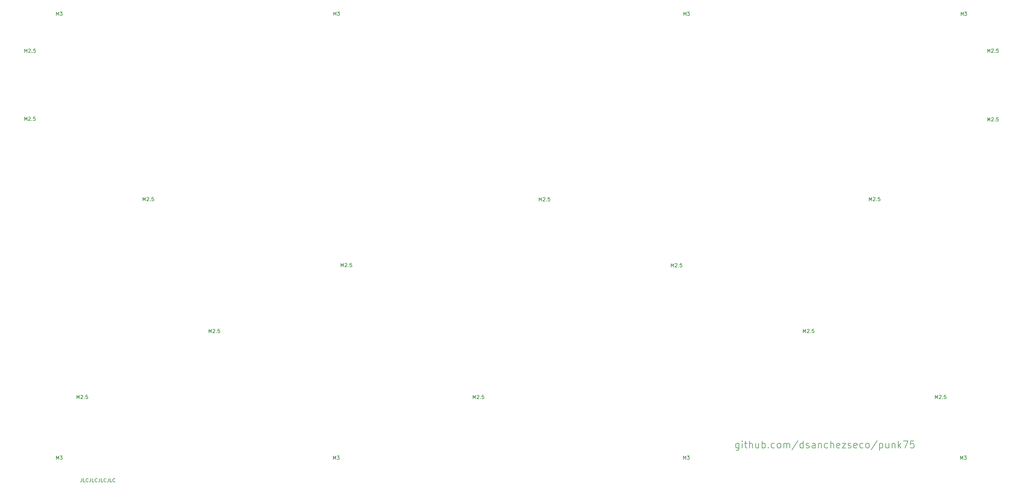
<source format=gbr>
G04 #@! TF.GenerationSoftware,KiCad,Pcbnew,(5.1.6)-1*
G04 #@! TF.CreationDate,2020-06-16T10:18:24+02:00*
G04 #@! TF.ProjectId,punk75_bottom,70756e6b-3735-45f6-926f-74746f6d2e6b,rev?*
G04 #@! TF.SameCoordinates,Original*
G04 #@! TF.FileFunction,Legend,Top*
G04 #@! TF.FilePolarity,Positive*
%FSLAX46Y46*%
G04 Gerber Fmt 4.6, Leading zero omitted, Abs format (unit mm)*
G04 Created by KiCad (PCBNEW (5.1.6)-1) date 2020-06-16 10:18:24*
%MOMM*%
%LPD*%
G01*
G04 APERTURE LIST*
%ADD10C,0.150000*%
G04 APERTURE END LIST*
D10*
X98280952Y-237892380D02*
X98280952Y-238606666D01*
X98233333Y-238749523D01*
X98138095Y-238844761D01*
X97995238Y-238892380D01*
X97900000Y-238892380D01*
X99233333Y-238892380D02*
X98757142Y-238892380D01*
X98757142Y-237892380D01*
X100138095Y-238797142D02*
X100090476Y-238844761D01*
X99947619Y-238892380D01*
X99852380Y-238892380D01*
X99709523Y-238844761D01*
X99614285Y-238749523D01*
X99566666Y-238654285D01*
X99519047Y-238463809D01*
X99519047Y-238320952D01*
X99566666Y-238130476D01*
X99614285Y-238035238D01*
X99709523Y-237940000D01*
X99852380Y-237892380D01*
X99947619Y-237892380D01*
X100090476Y-237940000D01*
X100138095Y-237987619D01*
X100852380Y-237892380D02*
X100852380Y-238606666D01*
X100804761Y-238749523D01*
X100709523Y-238844761D01*
X100566666Y-238892380D01*
X100471428Y-238892380D01*
X101804761Y-238892380D02*
X101328571Y-238892380D01*
X101328571Y-237892380D01*
X102709523Y-238797142D02*
X102661904Y-238844761D01*
X102519047Y-238892380D01*
X102423809Y-238892380D01*
X102280952Y-238844761D01*
X102185714Y-238749523D01*
X102138095Y-238654285D01*
X102090476Y-238463809D01*
X102090476Y-238320952D01*
X102138095Y-238130476D01*
X102185714Y-238035238D01*
X102280952Y-237940000D01*
X102423809Y-237892380D01*
X102519047Y-237892380D01*
X102661904Y-237940000D01*
X102709523Y-237987619D01*
X103423809Y-237892380D02*
X103423809Y-238606666D01*
X103376190Y-238749523D01*
X103280952Y-238844761D01*
X103138095Y-238892380D01*
X103042857Y-238892380D01*
X104376190Y-238892380D02*
X103900000Y-238892380D01*
X103900000Y-237892380D01*
X105280952Y-238797142D02*
X105233333Y-238844761D01*
X105090476Y-238892380D01*
X104995238Y-238892380D01*
X104852380Y-238844761D01*
X104757142Y-238749523D01*
X104709523Y-238654285D01*
X104661904Y-238463809D01*
X104661904Y-238320952D01*
X104709523Y-238130476D01*
X104757142Y-238035238D01*
X104852380Y-237940000D01*
X104995238Y-237892380D01*
X105090476Y-237892380D01*
X105233333Y-237940000D01*
X105280952Y-237987619D01*
X105995238Y-237892380D02*
X105995238Y-238606666D01*
X105947619Y-238749523D01*
X105852380Y-238844761D01*
X105709523Y-238892380D01*
X105614285Y-238892380D01*
X106947619Y-238892380D02*
X106471428Y-238892380D01*
X106471428Y-237892380D01*
X107852380Y-238797142D02*
X107804761Y-238844761D01*
X107661904Y-238892380D01*
X107566666Y-238892380D01*
X107423809Y-238844761D01*
X107328571Y-238749523D01*
X107280952Y-238654285D01*
X107233333Y-238463809D01*
X107233333Y-238320952D01*
X107280952Y-238130476D01*
X107328571Y-238035238D01*
X107423809Y-237940000D01*
X107566666Y-237892380D01*
X107661904Y-237892380D01*
X107804761Y-237940000D01*
X107852380Y-237987619D01*
X287870476Y-227731428D02*
X287870476Y-229350476D01*
X287775238Y-229540952D01*
X287680000Y-229636190D01*
X287489523Y-229731428D01*
X287203809Y-229731428D01*
X287013333Y-229636190D01*
X287870476Y-228969523D02*
X287680000Y-229064761D01*
X287299047Y-229064761D01*
X287108571Y-228969523D01*
X287013333Y-228874285D01*
X286918095Y-228683809D01*
X286918095Y-228112380D01*
X287013333Y-227921904D01*
X287108571Y-227826666D01*
X287299047Y-227731428D01*
X287680000Y-227731428D01*
X287870476Y-227826666D01*
X288822857Y-229064761D02*
X288822857Y-227731428D01*
X288822857Y-227064761D02*
X288727619Y-227160000D01*
X288822857Y-227255238D01*
X288918095Y-227160000D01*
X288822857Y-227064761D01*
X288822857Y-227255238D01*
X289489523Y-227731428D02*
X290251428Y-227731428D01*
X289775238Y-227064761D02*
X289775238Y-228779047D01*
X289870476Y-228969523D01*
X290060952Y-229064761D01*
X290251428Y-229064761D01*
X290918095Y-229064761D02*
X290918095Y-227064761D01*
X291775238Y-229064761D02*
X291775238Y-228017142D01*
X291680000Y-227826666D01*
X291489523Y-227731428D01*
X291203809Y-227731428D01*
X291013333Y-227826666D01*
X290918095Y-227921904D01*
X293584761Y-227731428D02*
X293584761Y-229064761D01*
X292727619Y-227731428D02*
X292727619Y-228779047D01*
X292822857Y-228969523D01*
X293013333Y-229064761D01*
X293299047Y-229064761D01*
X293489523Y-228969523D01*
X293584761Y-228874285D01*
X294537142Y-229064761D02*
X294537142Y-227064761D01*
X294537142Y-227826666D02*
X294727619Y-227731428D01*
X295108571Y-227731428D01*
X295299047Y-227826666D01*
X295394285Y-227921904D01*
X295489523Y-228112380D01*
X295489523Y-228683809D01*
X295394285Y-228874285D01*
X295299047Y-228969523D01*
X295108571Y-229064761D01*
X294727619Y-229064761D01*
X294537142Y-228969523D01*
X296346666Y-228874285D02*
X296441904Y-228969523D01*
X296346666Y-229064761D01*
X296251428Y-228969523D01*
X296346666Y-228874285D01*
X296346666Y-229064761D01*
X298156190Y-228969523D02*
X297965714Y-229064761D01*
X297584761Y-229064761D01*
X297394285Y-228969523D01*
X297299047Y-228874285D01*
X297203809Y-228683809D01*
X297203809Y-228112380D01*
X297299047Y-227921904D01*
X297394285Y-227826666D01*
X297584761Y-227731428D01*
X297965714Y-227731428D01*
X298156190Y-227826666D01*
X299299047Y-229064761D02*
X299108571Y-228969523D01*
X299013333Y-228874285D01*
X298918095Y-228683809D01*
X298918095Y-228112380D01*
X299013333Y-227921904D01*
X299108571Y-227826666D01*
X299299047Y-227731428D01*
X299584761Y-227731428D01*
X299775238Y-227826666D01*
X299870476Y-227921904D01*
X299965714Y-228112380D01*
X299965714Y-228683809D01*
X299870476Y-228874285D01*
X299775238Y-228969523D01*
X299584761Y-229064761D01*
X299299047Y-229064761D01*
X300822857Y-229064761D02*
X300822857Y-227731428D01*
X300822857Y-227921904D02*
X300918095Y-227826666D01*
X301108571Y-227731428D01*
X301394285Y-227731428D01*
X301584761Y-227826666D01*
X301680000Y-228017142D01*
X301680000Y-229064761D01*
X301680000Y-228017142D02*
X301775238Y-227826666D01*
X301965714Y-227731428D01*
X302251428Y-227731428D01*
X302441904Y-227826666D01*
X302537142Y-228017142D01*
X302537142Y-229064761D01*
X304918095Y-226969523D02*
X303203809Y-229540952D01*
X306441904Y-229064761D02*
X306441904Y-227064761D01*
X306441904Y-228969523D02*
X306251428Y-229064761D01*
X305870476Y-229064761D01*
X305680000Y-228969523D01*
X305584761Y-228874285D01*
X305489523Y-228683809D01*
X305489523Y-228112380D01*
X305584761Y-227921904D01*
X305680000Y-227826666D01*
X305870476Y-227731428D01*
X306251428Y-227731428D01*
X306441904Y-227826666D01*
X307299047Y-228969523D02*
X307489523Y-229064761D01*
X307870476Y-229064761D01*
X308060952Y-228969523D01*
X308156190Y-228779047D01*
X308156190Y-228683809D01*
X308060952Y-228493333D01*
X307870476Y-228398095D01*
X307584761Y-228398095D01*
X307394285Y-228302857D01*
X307299047Y-228112380D01*
X307299047Y-228017142D01*
X307394285Y-227826666D01*
X307584761Y-227731428D01*
X307870476Y-227731428D01*
X308060952Y-227826666D01*
X309870476Y-229064761D02*
X309870476Y-228017142D01*
X309775238Y-227826666D01*
X309584761Y-227731428D01*
X309203809Y-227731428D01*
X309013333Y-227826666D01*
X309870476Y-228969523D02*
X309680000Y-229064761D01*
X309203809Y-229064761D01*
X309013333Y-228969523D01*
X308918095Y-228779047D01*
X308918095Y-228588571D01*
X309013333Y-228398095D01*
X309203809Y-228302857D01*
X309680000Y-228302857D01*
X309870476Y-228207619D01*
X310822857Y-227731428D02*
X310822857Y-229064761D01*
X310822857Y-227921904D02*
X310918095Y-227826666D01*
X311108571Y-227731428D01*
X311394285Y-227731428D01*
X311584761Y-227826666D01*
X311680000Y-228017142D01*
X311680000Y-229064761D01*
X313489523Y-228969523D02*
X313299047Y-229064761D01*
X312918095Y-229064761D01*
X312727619Y-228969523D01*
X312632380Y-228874285D01*
X312537142Y-228683809D01*
X312537142Y-228112380D01*
X312632380Y-227921904D01*
X312727619Y-227826666D01*
X312918095Y-227731428D01*
X313299047Y-227731428D01*
X313489523Y-227826666D01*
X314346666Y-229064761D02*
X314346666Y-227064761D01*
X315203809Y-229064761D02*
X315203809Y-228017142D01*
X315108571Y-227826666D01*
X314918095Y-227731428D01*
X314632380Y-227731428D01*
X314441904Y-227826666D01*
X314346666Y-227921904D01*
X316918095Y-228969523D02*
X316727619Y-229064761D01*
X316346666Y-229064761D01*
X316156190Y-228969523D01*
X316060952Y-228779047D01*
X316060952Y-228017142D01*
X316156190Y-227826666D01*
X316346666Y-227731428D01*
X316727619Y-227731428D01*
X316918095Y-227826666D01*
X317013333Y-228017142D01*
X317013333Y-228207619D01*
X316060952Y-228398095D01*
X317680000Y-227731428D02*
X318727619Y-227731428D01*
X317680000Y-229064761D01*
X318727619Y-229064761D01*
X319394285Y-228969523D02*
X319584761Y-229064761D01*
X319965714Y-229064761D01*
X320156190Y-228969523D01*
X320251428Y-228779047D01*
X320251428Y-228683809D01*
X320156190Y-228493333D01*
X319965714Y-228398095D01*
X319680000Y-228398095D01*
X319489523Y-228302857D01*
X319394285Y-228112380D01*
X319394285Y-228017142D01*
X319489523Y-227826666D01*
X319680000Y-227731428D01*
X319965714Y-227731428D01*
X320156190Y-227826666D01*
X321870476Y-228969523D02*
X321680000Y-229064761D01*
X321299047Y-229064761D01*
X321108571Y-228969523D01*
X321013333Y-228779047D01*
X321013333Y-228017142D01*
X321108571Y-227826666D01*
X321299047Y-227731428D01*
X321680000Y-227731428D01*
X321870476Y-227826666D01*
X321965714Y-228017142D01*
X321965714Y-228207619D01*
X321013333Y-228398095D01*
X323680000Y-228969523D02*
X323489523Y-229064761D01*
X323108571Y-229064761D01*
X322918095Y-228969523D01*
X322822857Y-228874285D01*
X322727619Y-228683809D01*
X322727619Y-228112380D01*
X322822857Y-227921904D01*
X322918095Y-227826666D01*
X323108571Y-227731428D01*
X323489523Y-227731428D01*
X323680000Y-227826666D01*
X324822857Y-229064761D02*
X324632380Y-228969523D01*
X324537142Y-228874285D01*
X324441904Y-228683809D01*
X324441904Y-228112380D01*
X324537142Y-227921904D01*
X324632380Y-227826666D01*
X324822857Y-227731428D01*
X325108571Y-227731428D01*
X325299047Y-227826666D01*
X325394285Y-227921904D01*
X325489523Y-228112380D01*
X325489523Y-228683809D01*
X325394285Y-228874285D01*
X325299047Y-228969523D01*
X325108571Y-229064761D01*
X324822857Y-229064761D01*
X327775238Y-226969523D02*
X326060952Y-229540952D01*
X328441904Y-227731428D02*
X328441904Y-229731428D01*
X328441904Y-227826666D02*
X328632380Y-227731428D01*
X329013333Y-227731428D01*
X329203809Y-227826666D01*
X329299047Y-227921904D01*
X329394285Y-228112380D01*
X329394285Y-228683809D01*
X329299047Y-228874285D01*
X329203809Y-228969523D01*
X329013333Y-229064761D01*
X328632380Y-229064761D01*
X328441904Y-228969523D01*
X331108571Y-227731428D02*
X331108571Y-229064761D01*
X330251428Y-227731428D02*
X330251428Y-228779047D01*
X330346666Y-228969523D01*
X330537142Y-229064761D01*
X330822857Y-229064761D01*
X331013333Y-228969523D01*
X331108571Y-228874285D01*
X332060952Y-227731428D02*
X332060952Y-229064761D01*
X332060952Y-227921904D02*
X332156190Y-227826666D01*
X332346666Y-227731428D01*
X332632380Y-227731428D01*
X332822857Y-227826666D01*
X332918095Y-228017142D01*
X332918095Y-229064761D01*
X333870476Y-229064761D02*
X333870476Y-227064761D01*
X334060952Y-228302857D02*
X334632380Y-229064761D01*
X334632380Y-227731428D02*
X333870476Y-228493333D01*
X335299047Y-227064761D02*
X336632380Y-227064761D01*
X335775238Y-229064761D01*
X338346666Y-227064761D02*
X337394285Y-227064761D01*
X337299047Y-228017142D01*
X337394285Y-227921904D01*
X337584761Y-227826666D01*
X338060952Y-227826666D01*
X338251428Y-227921904D01*
X338346666Y-228017142D01*
X338441904Y-228207619D01*
X338441904Y-228683809D01*
X338346666Y-228874285D01*
X338251428Y-228969523D01*
X338060952Y-229064761D01*
X337584761Y-229064761D01*
X337394285Y-228969523D01*
X337299047Y-228874285D01*
X351940476Y-104152380D02*
X351940476Y-103152380D01*
X352273809Y-103866666D01*
X352607142Y-103152380D01*
X352607142Y-104152380D01*
X352988095Y-103152380D02*
X353607142Y-103152380D01*
X353273809Y-103533333D01*
X353416666Y-103533333D01*
X353511904Y-103580952D01*
X353559523Y-103628571D01*
X353607142Y-103723809D01*
X353607142Y-103961904D01*
X353559523Y-104057142D01*
X353511904Y-104104761D01*
X353416666Y-104152380D01*
X353130952Y-104152380D01*
X353035714Y-104104761D01*
X352988095Y-104057142D01*
X271940476Y-104152380D02*
X271940476Y-103152380D01*
X272273809Y-103866666D01*
X272607142Y-103152380D01*
X272607142Y-104152380D01*
X272988095Y-103152380D02*
X273607142Y-103152380D01*
X273273809Y-103533333D01*
X273416666Y-103533333D01*
X273511904Y-103580952D01*
X273559523Y-103628571D01*
X273607142Y-103723809D01*
X273607142Y-103961904D01*
X273559523Y-104057142D01*
X273511904Y-104104761D01*
X273416666Y-104152380D01*
X273130952Y-104152380D01*
X273035714Y-104104761D01*
X272988095Y-104057142D01*
X170950476Y-104132380D02*
X170950476Y-103132380D01*
X171283809Y-103846666D01*
X171617142Y-103132380D01*
X171617142Y-104132380D01*
X171998095Y-103132380D02*
X172617142Y-103132380D01*
X172283809Y-103513333D01*
X172426666Y-103513333D01*
X172521904Y-103560952D01*
X172569523Y-103608571D01*
X172617142Y-103703809D01*
X172617142Y-103941904D01*
X172569523Y-104037142D01*
X172521904Y-104084761D01*
X172426666Y-104132380D01*
X172140952Y-104132380D01*
X172045714Y-104084761D01*
X171998095Y-104037142D01*
X90940476Y-104132380D02*
X90940476Y-103132380D01*
X91273809Y-103846666D01*
X91607142Y-103132380D01*
X91607142Y-104132380D01*
X91988095Y-103132380D02*
X92607142Y-103132380D01*
X92273809Y-103513333D01*
X92416666Y-103513333D01*
X92511904Y-103560952D01*
X92559523Y-103608571D01*
X92607142Y-103703809D01*
X92607142Y-103941904D01*
X92559523Y-104037142D01*
X92511904Y-104084761D01*
X92416666Y-104132380D01*
X92130952Y-104132380D01*
X92035714Y-104084761D01*
X91988095Y-104037142D01*
X271890476Y-232342380D02*
X271890476Y-231342380D01*
X272223809Y-232056666D01*
X272557142Y-231342380D01*
X272557142Y-232342380D01*
X272938095Y-231342380D02*
X273557142Y-231342380D01*
X273223809Y-231723333D01*
X273366666Y-231723333D01*
X273461904Y-231770952D01*
X273509523Y-231818571D01*
X273557142Y-231913809D01*
X273557142Y-232151904D01*
X273509523Y-232247142D01*
X273461904Y-232294761D01*
X273366666Y-232342380D01*
X273080952Y-232342380D01*
X272985714Y-232294761D01*
X272938095Y-232247142D01*
X170880476Y-232382380D02*
X170880476Y-231382380D01*
X171213809Y-232096666D01*
X171547142Y-231382380D01*
X171547142Y-232382380D01*
X171928095Y-231382380D02*
X172547142Y-231382380D01*
X172213809Y-231763333D01*
X172356666Y-231763333D01*
X172451904Y-231810952D01*
X172499523Y-231858571D01*
X172547142Y-231953809D01*
X172547142Y-232191904D01*
X172499523Y-232287142D01*
X172451904Y-232334761D01*
X172356666Y-232382380D01*
X172070952Y-232382380D01*
X171975714Y-232334761D01*
X171928095Y-232287142D01*
X90960476Y-232372380D02*
X90960476Y-231372380D01*
X91293809Y-232086666D01*
X91627142Y-231372380D01*
X91627142Y-232372380D01*
X92008095Y-231372380D02*
X92627142Y-231372380D01*
X92293809Y-231753333D01*
X92436666Y-231753333D01*
X92531904Y-231800952D01*
X92579523Y-231848571D01*
X92627142Y-231943809D01*
X92627142Y-232181904D01*
X92579523Y-232277142D01*
X92531904Y-232324761D01*
X92436666Y-232372380D01*
X92150952Y-232372380D01*
X92055714Y-232324761D01*
X92008095Y-232277142D01*
X351820476Y-232382380D02*
X351820476Y-231382380D01*
X352153809Y-232096666D01*
X352487142Y-231382380D01*
X352487142Y-232382380D01*
X352868095Y-231382380D02*
X353487142Y-231382380D01*
X353153809Y-231763333D01*
X353296666Y-231763333D01*
X353391904Y-231810952D01*
X353439523Y-231858571D01*
X353487142Y-231953809D01*
X353487142Y-232191904D01*
X353439523Y-232287142D01*
X353391904Y-232334761D01*
X353296666Y-232382380D01*
X353010952Y-232382380D01*
X352915714Y-232334761D01*
X352868095Y-232287142D01*
X306451190Y-195789880D02*
X306451190Y-194789880D01*
X306784523Y-195504166D01*
X307117857Y-194789880D01*
X307117857Y-195789880D01*
X307546428Y-194885119D02*
X307594047Y-194837500D01*
X307689285Y-194789880D01*
X307927380Y-194789880D01*
X308022619Y-194837500D01*
X308070238Y-194885119D01*
X308117857Y-194980357D01*
X308117857Y-195075595D01*
X308070238Y-195218452D01*
X307498809Y-195789880D01*
X308117857Y-195789880D01*
X308546428Y-195694642D02*
X308594047Y-195742261D01*
X308546428Y-195789880D01*
X308498809Y-195742261D01*
X308546428Y-195694642D01*
X308546428Y-195789880D01*
X309498809Y-194789880D02*
X309022619Y-194789880D01*
X308975000Y-195266071D01*
X309022619Y-195218452D01*
X309117857Y-195170833D01*
X309355952Y-195170833D01*
X309451190Y-195218452D01*
X309498809Y-195266071D01*
X309546428Y-195361309D01*
X309546428Y-195599404D01*
X309498809Y-195694642D01*
X309451190Y-195742261D01*
X309355952Y-195789880D01*
X309117857Y-195789880D01*
X309022619Y-195742261D01*
X308975000Y-195694642D01*
X135001190Y-195789880D02*
X135001190Y-194789880D01*
X135334523Y-195504166D01*
X135667857Y-194789880D01*
X135667857Y-195789880D01*
X136096428Y-194885119D02*
X136144047Y-194837500D01*
X136239285Y-194789880D01*
X136477380Y-194789880D01*
X136572619Y-194837500D01*
X136620238Y-194885119D01*
X136667857Y-194980357D01*
X136667857Y-195075595D01*
X136620238Y-195218452D01*
X136048809Y-195789880D01*
X136667857Y-195789880D01*
X137096428Y-195694642D02*
X137144047Y-195742261D01*
X137096428Y-195789880D01*
X137048809Y-195742261D01*
X137096428Y-195694642D01*
X137096428Y-195789880D01*
X138048809Y-194789880D02*
X137572619Y-194789880D01*
X137525000Y-195266071D01*
X137572619Y-195218452D01*
X137667857Y-195170833D01*
X137905952Y-195170833D01*
X138001190Y-195218452D01*
X138048809Y-195266071D01*
X138096428Y-195361309D01*
X138096428Y-195599404D01*
X138048809Y-195694642D01*
X138001190Y-195742261D01*
X137905952Y-195789880D01*
X137667857Y-195789880D01*
X137572619Y-195742261D01*
X137525000Y-195694642D01*
X359632440Y-134671130D02*
X359632440Y-133671130D01*
X359965773Y-134385416D01*
X360299107Y-133671130D01*
X360299107Y-134671130D01*
X360727678Y-133766369D02*
X360775297Y-133718750D01*
X360870535Y-133671130D01*
X361108630Y-133671130D01*
X361203869Y-133718750D01*
X361251488Y-133766369D01*
X361299107Y-133861607D01*
X361299107Y-133956845D01*
X361251488Y-134099702D01*
X360680059Y-134671130D01*
X361299107Y-134671130D01*
X361727678Y-134575892D02*
X361775297Y-134623511D01*
X361727678Y-134671130D01*
X361680059Y-134623511D01*
X361727678Y-134575892D01*
X361727678Y-134671130D01*
X362680059Y-133671130D02*
X362203869Y-133671130D01*
X362156250Y-134147321D01*
X362203869Y-134099702D01*
X362299107Y-134052083D01*
X362537202Y-134052083D01*
X362632440Y-134099702D01*
X362680059Y-134147321D01*
X362727678Y-134242559D01*
X362727678Y-134480654D01*
X362680059Y-134575892D01*
X362632440Y-134623511D01*
X362537202Y-134671130D01*
X362299107Y-134671130D01*
X362203869Y-134623511D01*
X362156250Y-134575892D01*
X359632440Y-114827380D02*
X359632440Y-113827380D01*
X359965773Y-114541666D01*
X360299107Y-113827380D01*
X360299107Y-114827380D01*
X360727678Y-113922619D02*
X360775297Y-113875000D01*
X360870535Y-113827380D01*
X361108630Y-113827380D01*
X361203869Y-113875000D01*
X361251488Y-113922619D01*
X361299107Y-114017857D01*
X361299107Y-114113095D01*
X361251488Y-114255952D01*
X360680059Y-114827380D01*
X361299107Y-114827380D01*
X361727678Y-114732142D02*
X361775297Y-114779761D01*
X361727678Y-114827380D01*
X361680059Y-114779761D01*
X361727678Y-114732142D01*
X361727678Y-114827380D01*
X362680059Y-113827380D02*
X362203869Y-113827380D01*
X362156250Y-114303571D01*
X362203869Y-114255952D01*
X362299107Y-114208333D01*
X362537202Y-114208333D01*
X362632440Y-114255952D01*
X362680059Y-114303571D01*
X362727678Y-114398809D01*
X362727678Y-114636904D01*
X362680059Y-114732142D01*
X362632440Y-114779761D01*
X362537202Y-114827380D01*
X362299107Y-114827380D01*
X362203869Y-114779761D01*
X362156250Y-114732142D01*
X81788190Y-134512380D02*
X81788190Y-133512380D01*
X82121523Y-134226666D01*
X82454857Y-133512380D01*
X82454857Y-134512380D01*
X82883428Y-133607619D02*
X82931047Y-133560000D01*
X83026285Y-133512380D01*
X83264380Y-133512380D01*
X83359619Y-133560000D01*
X83407238Y-133607619D01*
X83454857Y-133702857D01*
X83454857Y-133798095D01*
X83407238Y-133940952D01*
X82835809Y-134512380D01*
X83454857Y-134512380D01*
X83883428Y-134417142D02*
X83931047Y-134464761D01*
X83883428Y-134512380D01*
X83835809Y-134464761D01*
X83883428Y-134417142D01*
X83883428Y-134512380D01*
X84835809Y-133512380D02*
X84359619Y-133512380D01*
X84312000Y-133988571D01*
X84359619Y-133940952D01*
X84454857Y-133893333D01*
X84692952Y-133893333D01*
X84788190Y-133940952D01*
X84835809Y-133988571D01*
X84883428Y-134083809D01*
X84883428Y-134321904D01*
X84835809Y-134417142D01*
X84788190Y-134464761D01*
X84692952Y-134512380D01*
X84454857Y-134512380D01*
X84359619Y-134464761D01*
X84312000Y-134417142D01*
X81819940Y-114827380D02*
X81819940Y-113827380D01*
X82153273Y-114541666D01*
X82486607Y-113827380D01*
X82486607Y-114827380D01*
X82915178Y-113922619D02*
X82962797Y-113875000D01*
X83058035Y-113827380D01*
X83296130Y-113827380D01*
X83391369Y-113875000D01*
X83438988Y-113922619D01*
X83486607Y-114017857D01*
X83486607Y-114113095D01*
X83438988Y-114255952D01*
X82867559Y-114827380D01*
X83486607Y-114827380D01*
X83915178Y-114732142D02*
X83962797Y-114779761D01*
X83915178Y-114827380D01*
X83867559Y-114779761D01*
X83915178Y-114732142D01*
X83915178Y-114827380D01*
X84867559Y-113827380D02*
X84391369Y-113827380D01*
X84343750Y-114303571D01*
X84391369Y-114255952D01*
X84486607Y-114208333D01*
X84724702Y-114208333D01*
X84819940Y-114255952D01*
X84867559Y-114303571D01*
X84915178Y-114398809D01*
X84915178Y-114636904D01*
X84867559Y-114732142D01*
X84819940Y-114779761D01*
X84724702Y-114827380D01*
X84486607Y-114827380D01*
X84391369Y-114779761D01*
X84343750Y-114732142D01*
X230251190Y-157753380D02*
X230251190Y-156753380D01*
X230584523Y-157467666D01*
X230917857Y-156753380D01*
X230917857Y-157753380D01*
X231346428Y-156848619D02*
X231394047Y-156801000D01*
X231489285Y-156753380D01*
X231727380Y-156753380D01*
X231822619Y-156801000D01*
X231870238Y-156848619D01*
X231917857Y-156943857D01*
X231917857Y-157039095D01*
X231870238Y-157181952D01*
X231298809Y-157753380D01*
X231917857Y-157753380D01*
X232346428Y-157658142D02*
X232394047Y-157705761D01*
X232346428Y-157753380D01*
X232298809Y-157705761D01*
X232346428Y-157658142D01*
X232346428Y-157753380D01*
X233298809Y-156753380D02*
X232822619Y-156753380D01*
X232775000Y-157229571D01*
X232822619Y-157181952D01*
X232917857Y-157134333D01*
X233155952Y-157134333D01*
X233251190Y-157181952D01*
X233298809Y-157229571D01*
X233346428Y-157324809D01*
X233346428Y-157562904D01*
X233298809Y-157658142D01*
X233251190Y-157705761D01*
X233155952Y-157753380D01*
X232917857Y-157753380D01*
X232822619Y-157705761D01*
X232775000Y-157658142D01*
X325501190Y-157702380D02*
X325501190Y-156702380D01*
X325834523Y-157416666D01*
X326167857Y-156702380D01*
X326167857Y-157702380D01*
X326596428Y-156797619D02*
X326644047Y-156750000D01*
X326739285Y-156702380D01*
X326977380Y-156702380D01*
X327072619Y-156750000D01*
X327120238Y-156797619D01*
X327167857Y-156892857D01*
X327167857Y-156988095D01*
X327120238Y-157130952D01*
X326548809Y-157702380D01*
X327167857Y-157702380D01*
X327596428Y-157607142D02*
X327644047Y-157654761D01*
X327596428Y-157702380D01*
X327548809Y-157654761D01*
X327596428Y-157607142D01*
X327596428Y-157702380D01*
X328548809Y-156702380D02*
X328072619Y-156702380D01*
X328025000Y-157178571D01*
X328072619Y-157130952D01*
X328167857Y-157083333D01*
X328405952Y-157083333D01*
X328501190Y-157130952D01*
X328548809Y-157178571D01*
X328596428Y-157273809D01*
X328596428Y-157511904D01*
X328548809Y-157607142D01*
X328501190Y-157654761D01*
X328405952Y-157702380D01*
X328167857Y-157702380D01*
X328072619Y-157654761D01*
X328025000Y-157607142D01*
X344551190Y-214839880D02*
X344551190Y-213839880D01*
X344884523Y-214554166D01*
X345217857Y-213839880D01*
X345217857Y-214839880D01*
X345646428Y-213935119D02*
X345694047Y-213887500D01*
X345789285Y-213839880D01*
X346027380Y-213839880D01*
X346122619Y-213887500D01*
X346170238Y-213935119D01*
X346217857Y-214030357D01*
X346217857Y-214125595D01*
X346170238Y-214268452D01*
X345598809Y-214839880D01*
X346217857Y-214839880D01*
X346646428Y-214744642D02*
X346694047Y-214792261D01*
X346646428Y-214839880D01*
X346598809Y-214792261D01*
X346646428Y-214744642D01*
X346646428Y-214839880D01*
X347598809Y-213839880D02*
X347122619Y-213839880D01*
X347075000Y-214316071D01*
X347122619Y-214268452D01*
X347217857Y-214220833D01*
X347455952Y-214220833D01*
X347551190Y-214268452D01*
X347598809Y-214316071D01*
X347646428Y-214411309D01*
X347646428Y-214649404D01*
X347598809Y-214744642D01*
X347551190Y-214792261D01*
X347455952Y-214839880D01*
X347217857Y-214839880D01*
X347122619Y-214792261D01*
X347075000Y-214744642D01*
X211201190Y-214839880D02*
X211201190Y-213839880D01*
X211534523Y-214554166D01*
X211867857Y-213839880D01*
X211867857Y-214839880D01*
X212296428Y-213935119D02*
X212344047Y-213887500D01*
X212439285Y-213839880D01*
X212677380Y-213839880D01*
X212772619Y-213887500D01*
X212820238Y-213935119D01*
X212867857Y-214030357D01*
X212867857Y-214125595D01*
X212820238Y-214268452D01*
X212248809Y-214839880D01*
X212867857Y-214839880D01*
X213296428Y-214744642D02*
X213344047Y-214792261D01*
X213296428Y-214839880D01*
X213248809Y-214792261D01*
X213296428Y-214744642D01*
X213296428Y-214839880D01*
X214248809Y-213839880D02*
X213772619Y-213839880D01*
X213725000Y-214316071D01*
X213772619Y-214268452D01*
X213867857Y-214220833D01*
X214105952Y-214220833D01*
X214201190Y-214268452D01*
X214248809Y-214316071D01*
X214296428Y-214411309D01*
X214296428Y-214649404D01*
X214248809Y-214744642D01*
X214201190Y-214792261D01*
X214105952Y-214839880D01*
X213867857Y-214839880D01*
X213772619Y-214792261D01*
X213725000Y-214744642D01*
X173101190Y-176739880D02*
X173101190Y-175739880D01*
X173434523Y-176454166D01*
X173767857Y-175739880D01*
X173767857Y-176739880D01*
X174196428Y-175835119D02*
X174244047Y-175787500D01*
X174339285Y-175739880D01*
X174577380Y-175739880D01*
X174672619Y-175787500D01*
X174720238Y-175835119D01*
X174767857Y-175930357D01*
X174767857Y-176025595D01*
X174720238Y-176168452D01*
X174148809Y-176739880D01*
X174767857Y-176739880D01*
X175196428Y-176644642D02*
X175244047Y-176692261D01*
X175196428Y-176739880D01*
X175148809Y-176692261D01*
X175196428Y-176644642D01*
X175196428Y-176739880D01*
X176148809Y-175739880D02*
X175672619Y-175739880D01*
X175625000Y-176216071D01*
X175672619Y-176168452D01*
X175767857Y-176120833D01*
X176005952Y-176120833D01*
X176101190Y-176168452D01*
X176148809Y-176216071D01*
X176196428Y-176311309D01*
X176196428Y-176549404D01*
X176148809Y-176644642D01*
X176101190Y-176692261D01*
X176005952Y-176739880D01*
X175767857Y-176739880D01*
X175672619Y-176692261D01*
X175625000Y-176644642D01*
X268351190Y-176803380D02*
X268351190Y-175803380D01*
X268684523Y-176517666D01*
X269017857Y-175803380D01*
X269017857Y-176803380D01*
X269446428Y-175898619D02*
X269494047Y-175851000D01*
X269589285Y-175803380D01*
X269827380Y-175803380D01*
X269922619Y-175851000D01*
X269970238Y-175898619D01*
X270017857Y-175993857D01*
X270017857Y-176089095D01*
X269970238Y-176231952D01*
X269398809Y-176803380D01*
X270017857Y-176803380D01*
X270446428Y-176708142D02*
X270494047Y-176755761D01*
X270446428Y-176803380D01*
X270398809Y-176755761D01*
X270446428Y-176708142D01*
X270446428Y-176803380D01*
X271398809Y-175803380D02*
X270922619Y-175803380D01*
X270875000Y-176279571D01*
X270922619Y-176231952D01*
X271017857Y-176184333D01*
X271255952Y-176184333D01*
X271351190Y-176231952D01*
X271398809Y-176279571D01*
X271446428Y-176374809D01*
X271446428Y-176612904D01*
X271398809Y-176708142D01*
X271351190Y-176755761D01*
X271255952Y-176803380D01*
X271017857Y-176803380D01*
X270922619Y-176755761D01*
X270875000Y-176708142D01*
X96901190Y-214839880D02*
X96901190Y-213839880D01*
X97234523Y-214554166D01*
X97567857Y-213839880D01*
X97567857Y-214839880D01*
X97996428Y-213935119D02*
X98044047Y-213887500D01*
X98139285Y-213839880D01*
X98377380Y-213839880D01*
X98472619Y-213887500D01*
X98520238Y-213935119D01*
X98567857Y-214030357D01*
X98567857Y-214125595D01*
X98520238Y-214268452D01*
X97948809Y-214839880D01*
X98567857Y-214839880D01*
X98996428Y-214744642D02*
X99044047Y-214792261D01*
X98996428Y-214839880D01*
X98948809Y-214792261D01*
X98996428Y-214744642D01*
X98996428Y-214839880D01*
X99948809Y-213839880D02*
X99472619Y-213839880D01*
X99425000Y-214316071D01*
X99472619Y-214268452D01*
X99567857Y-214220833D01*
X99805952Y-214220833D01*
X99901190Y-214268452D01*
X99948809Y-214316071D01*
X99996428Y-214411309D01*
X99996428Y-214649404D01*
X99948809Y-214744642D01*
X99901190Y-214792261D01*
X99805952Y-214839880D01*
X99567857Y-214839880D01*
X99472619Y-214792261D01*
X99425000Y-214744642D01*
X115951190Y-157712380D02*
X115951190Y-156712380D01*
X116284523Y-157426666D01*
X116617857Y-156712380D01*
X116617857Y-157712380D01*
X117046428Y-156807619D02*
X117094047Y-156760000D01*
X117189285Y-156712380D01*
X117427380Y-156712380D01*
X117522619Y-156760000D01*
X117570238Y-156807619D01*
X117617857Y-156902857D01*
X117617857Y-156998095D01*
X117570238Y-157140952D01*
X116998809Y-157712380D01*
X117617857Y-157712380D01*
X118046428Y-157617142D02*
X118094047Y-157664761D01*
X118046428Y-157712380D01*
X117998809Y-157664761D01*
X118046428Y-157617142D01*
X118046428Y-157712380D01*
X118998809Y-156712380D02*
X118522619Y-156712380D01*
X118475000Y-157188571D01*
X118522619Y-157140952D01*
X118617857Y-157093333D01*
X118855952Y-157093333D01*
X118951190Y-157140952D01*
X118998809Y-157188571D01*
X119046428Y-157283809D01*
X119046428Y-157521904D01*
X118998809Y-157617142D01*
X118951190Y-157664761D01*
X118855952Y-157712380D01*
X118617857Y-157712380D01*
X118522619Y-157664761D01*
X118475000Y-157617142D01*
M02*

</source>
